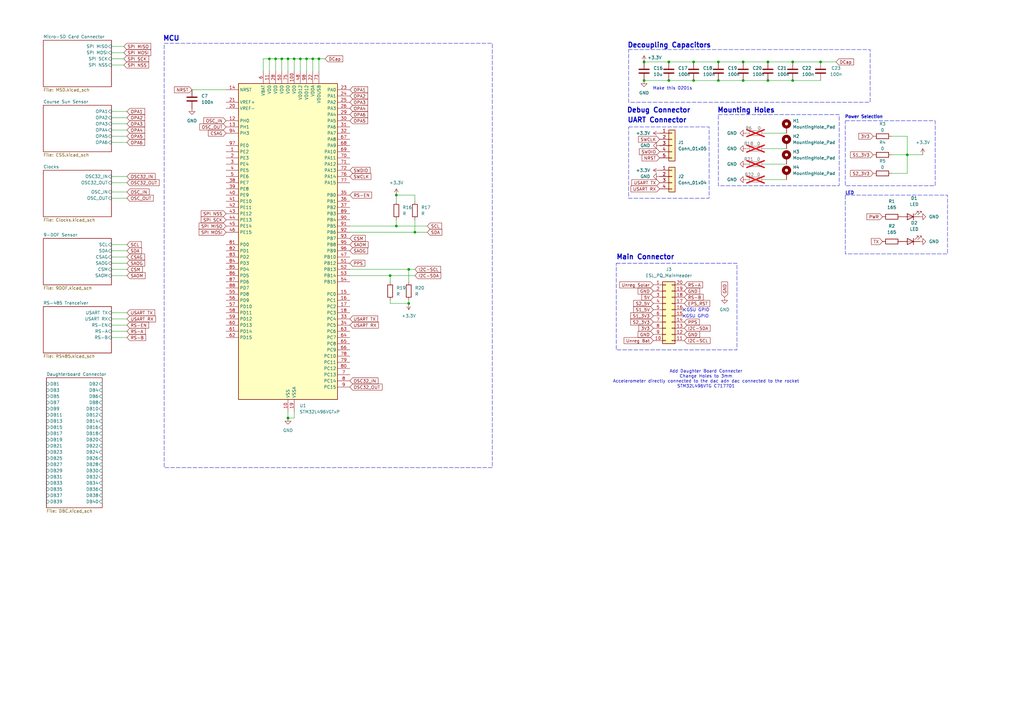
<source format=kicad_sch>
(kicad_sch (version 20231120) (generator "eeschema") (generator_version "8.0")
  (paper "A3")
  (title_block (title "ADCS OBC") (date "2024-04-18") (rev "V1") (comment 1 "22619291") (comment 2 "DP Theron"))
  (lib_symbols
    (symbol "+3.3V_1" (power) (pin_numbers hide) (pin_names (offset 0) hide)
      (property "Value" "+3.3V" (at 0 3.556 0))
      (symbol "+3.3V_1_0_1"
        (polyline (pts (xy -0.762 1.27) (xy 0 2.54)))
        (polyline (pts (xy 0 0) (xy 0 2.54)))
        (polyline (pts (xy 0 2.54) (xy 0.762 1.27)))
      )
      (symbol "+3.3V_1_1_1"
        (pin power_in line (at 0 0 90) (length 0) (name "~") (number "1"))
      )
    )
    (symbol "+3.3V_2" (power) (pin_numbers hide) (pin_names (offset 0) hide)
      (property "Value" "+3.3V" (at 0 3.556 0))
      (symbol "+3.3V_2_0_1"
        (polyline (pts (xy -0.762 1.27) (xy 0 2.54)))
        (polyline (pts (xy 0 0) (xy 0 2.54)))
        (polyline (pts (xy 0 2.54) (xy 0.762 1.27)))
      )
      (symbol "+3.3V_2_1_1"
        (pin power_in line (at 0 0 90) (length 0) (name "~") (number "1"))
      )
    )
    (symbol "+3.3V_3" (power) (pin_numbers hide) (pin_names (offset 0) hide)
      (property "Value" "+3.3V" (at 0 3.556 0))
      (symbol "+3.3V_3_0_1"
        (polyline (pts (xy -0.762 1.27) (xy 0 2.54)))
        (polyline (pts (xy 0 0) (xy 0 2.54)))
        (polyline (pts (xy 0 2.54) (xy 0.762 1.27)))
      )
      (symbol "+3.3V_3_1_1"
        (pin power_in line (at 0 0 90) (length 0) (name "~") (number "1"))
      )
    )
    (symbol "Connector_Generic:Conn_01x04" (pin_names (offset 1.016) hide)
      (property "Reference" "J" (at 0 5.08 0))
      (property "Value" "Conn_01x04" (at 0 -7.62 0))
      (symbol "Conn_01x04_1_1"
        (rectangle (start -1.27 -4.953) (end 0 -5.207) (stroke (width 0.1524)))
        (rectangle (start -1.27 -2.413) (end 0 -2.667) (stroke (width 0.1524)))
        (rectangle (start -1.27 0.127) (end 0 -0.127) (stroke (width 0.1524)))
        (rectangle (start -1.27 2.667) (end 0 2.413) (stroke (width 0.1524)))
        (rectangle (start -1.27 3.81) (end 1.27 -6.35) (stroke (width 0.254)) (fill (type background)))
        (pin passive line (at -5.08 2.54 0) (length 3.81) (name "Pin_1") (number "1"))
        (pin passive line (at -5.08 0 0) (length 3.81) (name "Pin_2") (number "2"))
        (pin passive line (at -5.08 -2.54 0) (length 3.81) (name "Pin_3") (number "3"))
        (pin passive line (at -5.08 -5.08 0) (length 3.81) (name "Pin_4") (number "4"))
      )
    )
    (symbol "Connector_Generic:Conn_01x05" (pin_names (offset 1.016) hide)
      (property "Reference" "J" (at 0 7.62 0))
      (property "Value" "Conn_01x05" (at 0 -7.62 0))
      (symbol "Conn_01x05_1_1"
        (rectangle (start -1.27 -4.953) (end 0 -5.207) (stroke (width 0.1524)))
        (rectangle (start -1.27 -2.413) (end 0 -2.667) (stroke (width 0.1524)))
        (rectangle (start -1.27 0.127) (end 0 -0.127) (stroke (width 0.1524)))
        (rectangle (start -1.27 2.667) (end 0 2.413) (stroke (width 0.1524)))
        (rectangle (start -1.27 5.207) (end 0 4.953) (stroke (width 0.1524)))
        (rectangle (start -1.27 6.35) (end 1.27 -6.35) (stroke (width 0.254)) (fill (type background)))
        (pin passive line (at -5.08 5.08 0) (length 3.81) (name "Pin_1") (number "1"))
        (pin passive line (at -5.08 2.54 0) (length 3.81) (name "Pin_2") (number "2"))
        (pin passive line (at -5.08 0 0) (length 3.81) (name "Pin_3") (number "3"))
        (pin passive line (at -5.08 -2.54 0) (length 3.81) (name "Pin_4") (number "4"))
        (pin passive line (at -5.08 -5.08 0) (length 3.81) (name "Pin_5") (number "5"))
      )
    )
    (symbol "Device:C" (pin_numbers hide) (pin_names (offset 0.254))
      (property "Reference" "C" (at 0.635 2.54 0))
      (property "Value" "C" (at 0.635 -2.54 0))
      (symbol "C_0_1"
        (polyline (pts (xy -2.032 -0.762) (xy 2.032 -0.762)) (stroke (width 0.508)))
        (polyline (pts (xy -2.032 0.762) (xy 2.032 0.762)) (stroke (width 0.508)))
      )
      (symbol "C_1_1"
        (pin passive line (at 0 3.81 270) (length 2.794) (name "~") (number "1"))
        (pin passive line (at 0 -3.81 90) (length 2.794) (name "~") (number "2"))
      )
    )
    (symbol "Device:LED" (pin_numbers hide) (pin_names (offset 1.016) hide)
      (property "Reference" "D" (at 0 2.54 0))
      (property "Value" "LED" (at 0 -2.54 0))
      (symbol "LED_0_1"
        (polyline (pts (xy -1.27 -1.27) (xy -1.27 1.27)) (stroke (width 0.254)))
        (polyline (pts (xy -1.27 0) (xy 1.27 0)))
        (polyline (pts (xy 1.27 -1.27) (xy 1.27 1.27) (xy -1.27 0) (xy 1.27 -1.27)) (stroke (width 0.254)))
        (polyline (pts (xy -3.048 -0.762) (xy -4.572 -2.286) (xy -3.81 -2.286) (xy -4.572 -2.286) (xy -4.572 -1.524)))
        (polyline (pts (xy -1.778 -0.762) (xy -3.302 -2.286) (xy -2.54 -2.286) (xy -3.302 -2.286) (xy -3.302 -1.524)))
      )
      (symbol "LED_1_1"
        (pin passive line (at -3.81 0 0) (length 2.54) (name "K") (number "1"))
        (pin passive line (at 3.81 0 180) (length 2.54) (name "A") (number "2"))
      )
    )
    (symbol "Device:R" (pin_numbers hide) (pin_names (offset 0))
      (property "Reference" "R" (at 2.032 0 90))
      (property "Value" "R" (at 0 0 90))
      (symbol "R_0_1"
        (rectangle (start -1.016 -2.54) (end 1.016 2.54) (stroke (width 0.254)))
      )
      (symbol "R_1_1"
        (pin passive line (at 0 3.81 270) (length 1.27) (name "~") (number "1"))
        (pin passive line (at 0 -3.81 90) (length 1.27) (name "~") (number "2"))
      )
    )
    (symbol "ESL_PQ:Conn_02x10_Counter_Clockwise" (pin_names (offset 1.016) hide)
      (property "Reference" "J" (at 1.27 12.7 0))
      (property "Value" "Conn_02x10_Counter_Clockwise" (at 1.27 -15.24 0))
      (symbol "Conn_02x10_Counter_Clockwise_1_1"
        (rectangle (start -1.27 -12.573) (end 0 -12.827) (stroke (width 0.1524)))
        (rectangle (start -1.27 -10.033) (end 0 -10.287) (stroke (width 0.1524)))
        (rectangle (start -1.27 -7.493) (end 0 -7.747) (stroke (width 0.1524)))
        (rectangle (start -1.27 -4.953) (end 0 -5.207) (stroke (width 0.1524)))
        (rectangle (start -1.27 -2.413) (end 0 -2.667) (stroke (width 0.1524)))
        (rectangle (start -1.27 0.127) (end 0 -0.127) (stroke (width 0.1524)))
        (rectangle (start -1.27 2.667) (end 0 2.413) (stroke (width 0.1524)))
        (rectangle (start -1.27 5.207) (end 0 4.953) (stroke (width 0.1524)))
        (rectangle (start -1.27 7.747) (end 0 7.493) (stroke (width 0.1524)))
        (rectangle (start -1.27 10.287) (end 0 10.033) (stroke (width 0.1524)))
        (rectangle (start -1.27 11.43) (end 3.81 -13.97) (stroke (width 0.254)) (fill (type background)))
        (rectangle (start 3.81 -12.573) (end 2.54 -12.827) (stroke (width 0.1524)))
        (rectangle (start 3.81 -10.033) (end 2.54 -10.287) (stroke (width 0.1524)))
        (rectangle (start 3.81 -7.493) (end 2.54 -7.747) (stroke (width 0.1524)))
        (rectangle (start 3.81 -4.953) (end 2.54 -5.207) (stroke (width 0.1524)))
        (rectangle (start 3.81 -2.413) (end 2.54 -2.667) (stroke (width 0.1524)))
        (rectangle (start 3.81 0.127) (end 2.54 -0.127) (stroke (width 0.1524)))
        (rectangle (start 3.81 2.667) (end 2.54 2.413) (stroke (width 0.1524)))
        (rectangle (start 3.81 5.207) (end 2.54 4.953) (stroke (width 0.1524)))
        (rectangle (start 3.81 7.747) (end 2.54 7.493) (stroke (width 0.1524)))
        (rectangle (start 3.81 10.287) (end 2.54 10.033) (stroke (width 0.1524)))
        (pin passive line (at -5.08 10.16 0) (length 3.81) (name "Pin_1") (number "1"))
        (pin passive line (at -5.08 -12.7 0) (length 3.81) (name "Pin_10") (number "10"))
        (pin passive line (at 7.62 -12.7 180) (length 3.81) (name "Pin_11") (number "11"))
        (pin passive line (at 7.62 -10.16 180) (length 3.81) (name "Pin_12") (number "12"))
        (pin passive line (at 7.62 -7.62 180) (length 3.81) (name "Pin_13") (number "13"))
        (pin passive line (at 7.62 -5.08 180) (length 3.81) (name "Pin_14") (number "14"))
        (pin passive line (at 7.62 -2.54 180) (length 3.81) (name "Pin_15") (number "15"))
        (pin passive line (at 7.62 0 180) (length 3.81) (name "Pin_16") (number "16"))
        (pin passive line (at 7.62 2.54 180) (length 3.81) (name "Pin_17") (number "17"))
        (pin passive line (at 7.62 5.08 180) (length 3.81) (name "Pin_18") (number "18"))
        (pin passive line (at 7.62 7.62 180) (length 3.81) (name "Pin_19") (number "19"))
        (pin passive line (at -5.08 7.62 0) (length 3.81) (name "Pin_2") (number "2"))
        (pin passive line (at 7.62 10.16 180) (length 3.81) (name "Pin_20") (number "20"))
        (pin passive line (at -5.08 5.08 0) (length 3.81) (name "Pin_3") (number "3"))
        (pin passive line (at -5.08 2.54 0) (length 3.81) (name "Pin_4") (number "4"))
        (pin passive line (at -5.08 0 0) (length 3.81) (name "Pin_5") (number "5"))
        (pin passive line (at -5.08 -2.54 0) (length 3.81) (name "Pin_6") (number "6"))
        (pin passive line (at -5.08 -5.08 0) (length 3.81) (name "Pin_7") (number "7"))
        (pin passive line (at -5.08 -7.62 0) (length 3.81) (name "Pin_8") (number "8"))
        (pin passive line (at -5.08 -10.16 0) (length 3.81) (name "Pin_9") (number "9"))
      )
    )
    (symbol "GND_1" (power) (pin_numbers hide) (pin_names (offset 0) hide)
      (property "Value" "GND" (at 0 -3.81 0))
      (symbol "GND_1_0_1"
        (polyline (pts (xy 0 0) (xy 0 -1.27) (xy 1.27 -1.27) (xy 0 -2.54) (xy -1.27 -1.27) (xy 0 -1.27)))
      )
      (symbol "GND_1_1_1"
        (pin power_in line (at 0 0 270) (length 0) (name "~") (number "1"))
      )
    )
    (symbol "GND_2" (power) (pin_numbers hide) (pin_names (offset 0) hide)
      (property "Value" "GND" (at 0 -3.81 0))
      (symbol "GND_2_0_1"
        (polyline (pts (xy 0 0) (xy 0 -1.27) (xy 1.27 -1.27) (xy 0 -2.54) (xy -1.27 -1.27) (xy 0 -1.27)))
      )
      (symbol "GND_2_1_1"
        (pin power_in line (at 0 0 270) (length 0) (name "~") (number "1"))
      )
    )
    (symbol "MCU_ST_STM32L4:STM32L496VGTxP"
      (property "Reference" "U" (at -20.32 67.31 0))
      (property "Value" "STM32L496VGTxP" (at 15.24 67.31 0))
      (symbol "STM32L496VGTxP_0_1"
        (rectangle (start -20.32 -63.5) (end 20.32 66.04) (stroke (width 0.254)) (fill (type background)))
      )
      (symbol "STM32L496VGTxP_1_1"
        (pin bidirectional line (at -25.4 38.1 0) (length 5.08) (name "PE2") (number "1"))
        (pin power_in line (at 0 -68.58 90) (length 5.08) (name "VSS") (number "10"))
        (pin power_in line (at 2.54 71.12 270) (length 5.08) (name "VDD") (number "100"))
        (pin power_in line (at -7.62 71.12 270) (length 5.08) (name "VDD") (number "11"))
        (pin bidirectional line (at -25.4 50.8 0) (length 5.08) (name "PH0") (number "12"))
        (pin bidirectional line (at -25.4 48.26 0) (length 5.08) (name "PH1") (number "13"))
        (pin input line (at -25.4 63.5 0) (length 5.08) (name "NRST") (number "14"))
        (pin bidirectional line (at 25.4 -20.32 180) (length 5.08) (name "PC0") (number "15"))
        (pin bidirectional line (at 25.4 -22.86 180) (length 5.08) (name "PC1") (number "16"))
        (pin bidirectional line (at 25.4 -25.4 180) (length 5.08) (name "PC2") (number "17"))
        (pin bidirectional line (at 25.4 -27.94 180) (length 5.08) (name "PC3") (number "18"))
        (pin power_in line (at 2.54 -68.58 90) (length 5.08) (name "VSSA") (number "19"))
        (pin bidirectional line (at -25.4 35.56 0) (length 5.08) (name "PE3") (number "2"))
        (pin input line (at -25.4 55.88 0) (length 5.08) (name "VREF-") (number "20"))
        (pin input line (at -25.4 58.42 0) (length 5.08) (name "VREF+") (number "21"))
        (pin power_in line (at 10.16 71.12 270) (length 5.08) (name "VDDA") (number "22"))
        (pin bidirectional line (at 25.4 63.5 180) (length 5.08) (name "PA0") (number "23"))
        (pin bidirectional line (at 25.4 60.96 180) (length 5.08) (name "PA1") (number "24"))
        (pin bidirectional line (at 25.4 58.42 180) (length 5.08) (name "PA2") (number "25"))
        (pin bidirectional line (at 25.4 55.88 180) (length 5.08) (name "PA3") (number "26"))
        (pin passive line (at 0 -68.58 90) (length 5.08) hide (name "VSS") (number "27"))
        (pin power_in line (at -5.08 71.12 270) (length 5.08) (name "VDD") (number "28"))
        (pin bidirectional line (at 25.4 53.34 180) (length 5.08) (name "PA4") (number "29"))
        (pin bidirectional line (at -25.4 33.02 0) (length 5.08) (name "PE4") (number "3"))
        (pin bidirectional line (at 25.4 50.8 180) (length 5.08) (name "PA5") (number "30"))
        (pin bidirectional line (at 25.4 48.26 180) (length 5.08) (name "PA6") (number "31"))
        (pin bidirectional line (at 25.4 45.72 180) (length 5.08) (name "PA7") (number "32"))
        (pin bidirectional line (at 25.4 -30.48 180) (length 5.08) (name "PC4") (number "33"))
        (pin bidirectional line (at 25.4 -33.02 180) (length 5.08) (name "PC5") (number "34"))
        (pin bidirectional line (at 25.4 20.32 180) (length 5.08) (name "PB0") (number "35"))
        (pin bidirectional line (at 25.4 17.78 180) (length 5.08) (name "PB1") (number "36"))
        (pin bidirectional line (at 25.4 15.24 180) (length 5.08) (name "PB2") (number "37"))
        (pin bidirectional line (at -25.4 25.4 0) (length 5.08) (name "PE7") (number "38"))
        (pin bidirectional line (at -25.4 22.86 0) (length 5.08) (name "PE8") (number "39"))
        (pin bidirectional line (at -25.4 30.48 0) (length 5.08) (name "PE5") (number "4"))
        (pin bidirectional line (at -25.4 20.32 0) (length 5.08) (name "PE9") (number "40"))
        (pin bidirectional line (at -25.4 17.78 0) (length 5.08) (name "PE10") (number "41"))
        (pin bidirectional line (at -25.4 15.24 0) (length 5.08) (name "PE11") (number "42"))
        (pin bidirectional line (at -25.4 12.7 0) (length 5.08) (name "PE12") (number "43"))
        (pin bidirectional line (at -25.4 10.16 0) (length 5.08) (name "PE13") (number "44"))
        (pin bidirectional line (at -25.4 7.62 0) (length 5.08) (name "PE14") (number "45"))
        (pin bidirectional line (at -25.4 5.08 0) (length 5.08) (name "PE15") (number "46"))
        (pin bidirectional line (at 25.4 -5.08 180) (length 5.08) (name "PB10") (number "47"))
        (pin power_in line (at 5.08 71.12 270) (length 5.08) (name "VDD12") (number "48"))
        (pin passive line (at 0 -68.58 90) (length 5.08) hide (name "VSS") (number "49"))
        (pin bidirectional line (at -25.4 27.94 0) (length 5.08) (name "PE6") (number "5"))
        (pin power_in line (at -2.54 71.12 270) (length 5.08) (name "VDD") (number "50"))
        (pin bidirectional line (at 25.4 -7.62 180) (length 5.08) (name "PB12") (number "51"))
        (pin bidirectional line (at 25.4 -10.16 180) (length 5.08) (name "PB13") (number "52"))
        (pin bidirectional line (at 25.4 -12.7 180) (length 5.08) (name "PB14") (number "53"))
        (pin bidirectional line (at 25.4 -15.24 180) (length 5.08) (name "PB15") (number "54"))
        (pin bidirectional line (at -25.4 -20.32 0) (length 5.08) (name "PD8") (number "55"))
        (pin bidirectional line (at -25.4 -22.86 0) (length 5.08) (name "PD9") (number "56"))
        (pin bidirectional line (at -25.4 -25.4 0) (length 5.08) (name "PD10") (number "57"))
        (pin bidirectional line (at -25.4 -27.94 0) (length 5.08) (name "PD11") (number "58"))
        (pin bidirectional line (at -25.4 -30.48 0) (length 5.08) (name "PD12") (number "59"))
        (pin power_in line (at -10.16 71.12 270) (length 5.08) (name "VBAT") (number "6"))
        (pin bidirectional line (at -25.4 -33.02 0) (length 5.08) (name "PD13") (number "60"))
        (pin bidirectional line (at -25.4 -35.56 0) (length 5.08) (name "PD14") (number "61"))
        (pin bidirectional line (at -25.4 -38.1 0) (length 5.08) (name "PD15") (number "62"))
        (pin bidirectional line (at 25.4 -35.56 180) (length 5.08) (name "PC6") (number "63"))
        (pin bidirectional line (at 25.4 -38.1 180) (length 5.08) (name "PC7") (number "64"))
        (pin bidirectional line (at 25.4 -40.64 180) (length 5.08) (name "PC8") (number "65"))
        (pin bidirectional line (at 25.4 -43.18 180) (length 5.08) (name "PC9") (number "66"))
        (pin bidirectional line (at 25.4 43.18 180) (length 5.08) (name "PA8") (number "67"))
        (pin bidirectional line (at 25.4 40.64 180) (length 5.08) (name "PA9") (number "68"))
        (pin bidirectional line (at 25.4 38.1 180) (length 5.08) (name "PA10") (number "69"))
        (pin bidirectional line (at 25.4 -53.34 180) (length 5.08) (name "PC13") (number "7"))
        (pin bidirectional line (at 25.4 35.56 180) (length 5.08) (name "PA11") (number "70"))
        (pin bidirectional line (at 25.4 33.02 180) (length 5.08) (name "PA12") (number "71"))
        (pin bidirectional line (at 25.4 30.48 180) (length 5.08) (name "PA13") (number "72"))
        (pin power_in line (at 12.7 71.12 270) (length 5.08) (name "VDDUSB") (number "73"))
        (pin passive line (at 0 -68.58 90) (length 5.08) hide (name "VSS") (number "74"))
        (pin power_in line (at 0 71.12 270) (length 5.08) (name "VDD") (number "75"))
        (pin bidirectional line (at 25.4 27.94 180) (length 5.08) (name "PA14") (number "76"))
        (pin bidirectional line (at 25.4 25.4 180) (length 5.08) (name "PA15") (number "77"))
        (pin bidirectional line (at 25.4 -45.72 180) (length 5.08) (name "PC10") (number "78"))
        (pin bidirectional line (at 25.4 -48.26 180) (length 5.08) (name "PC11") (number "79"))
        (pin bidirectional line (at 25.4 -55.88 180) (length 5.08) (name "PC14") (number "8"))
        (pin bidirectional line (at 25.4 -50.8 180) (length 5.08) (name "PC12") (number "80"))
        (pin bidirectional line (at -25.4 0 0) (length 5.08) (name "PD0") (number "81"))
        (pin bidirectional line (at -25.4 -2.54 0) (length 5.08) (name "PD1") (number "82"))
        (pin bidirectional line (at -25.4 -5.08 0) (length 5.08) (name "PD2") (number "83"))
        (pin bidirectional line (at -25.4 -7.62 0) (length 5.08) (name "PD3") (number "84"))
        (pin bidirectional line (at -25.4 -10.16 0) (length 5.08) (name "PD4") (number "85"))
        (pin bidirectional line (at -25.4 -12.7 0) (length 5.08) (name "PD5") (number "86"))
        (pin bidirectional line (at -25.4 -15.24 0) (length 5.08) (name "PD6") (number "87"))
        (pin bidirectional line (at -25.4 -17.78 0) (length 5.08) (name "PD7") (number "88"))
        (pin bidirectional line (at 25.4 12.7 180) (length 5.08) (name "PB3") (number "89"))
        (pin bidirectional line (at 25.4 -58.42 180) (length 5.08) (name "PC15") (number "9"))
        (pin bidirectional line (at 25.4 10.16 180) (length 5.08) (name "PB4") (number "90"))
        (pin bidirectional line (at 25.4 7.62 180) (length 5.08) (name "PB5") (number "91"))
        (pin bidirectional line (at 25.4 5.08 180) (length 5.08) (name "PB6") (number "92"))
        (pin bidirectional line (at 25.4 2.54 180) (length 5.08) (name "PB7") (number "93"))
        (pin bidirectional line (at -25.4 45.72 0) (length 5.08) (name "PH3") (number "94"))
        (pin bidirectional line (at 25.4 0 180) (length 5.08) (name "PB8") (number "95"))
        (pin bidirectional line (at 25.4 -2.54 180) (length 5.08) (name "PB9") (number "96"))
        (pin bidirectional line (at -25.4 40.64 0) (length 5.08) (name "PE0") (number "97"))
        (pin power_in line (at 7.62 71.12 270) (length 5.08) (name "VDD12") (number "98"))
        (pin passive line (at 0 -68.58 90) (length 5.08) hide (name "VSS") (number "99"))
      )
    )
    (symbol "Mechanical:MountingHole_Pad" (pin_numbers hide) (pin_names (offset 1.016) hide) (exclude_from_sim yes) (in_bom no)
      (property "Reference" "H" (at 0 6.35 0))
      (property "Value" "MountingHole_Pad" (at 0 4.445 0))
      (symbol "MountingHole_Pad_0_1"
        (circle (center 0 1.27) (radius 1.27) (stroke (width 1.27)))
      )
      (symbol "MountingHole_Pad_1_1"
        (pin input line (at 0 -2.54 90) (length 2.54) (name "1") (number "1"))
      )
    )
    (symbol "power:+3.3V" (power) (pin_names (offset 0))
      (property "Value" "+3.3V" (at 0 3.556 0))
      (symbol "+3.3V_0_1"
        (polyline (pts (xy -0.762 1.27) (xy 0 2.54)))
        (polyline (pts (xy 0 0) (xy 0 2.54)))
        (polyline (pts (xy 0 2.54) (xy 0.762 1.27)))
      )
      (symbol "+3.3V_1_1"
        (pin power_in line (at 0 0 90) (length 0) hide (name "+3.3V") (number "1"))
      )
    )
    (symbol "power:GND" (power) (pin_names (offset 0))
      (property "Value" "GND" (at 0 -3.81 0))
      (symbol "GND_0_1"
        (polyline (pts (xy 0 0) (xy 0 -1.27) (xy 1.27 -1.27) (xy 0 -2.54) (xy -1.27 -1.27) (xy 0 -1.27)))
      )
      (symbol "GND_1_1"
        (pin power_in line (at 0 0 270) (length 0) hide (name "GND") (number "1"))
      )
    )
  )
  (junction (at 160.02 113.03))
  (junction (at 162.56 92.71))
  (junction (at 336.55 25.4))
  (junction (at 167.64 110.49))
  (junction (at 274.32 25.4))
  (junction (at 170.18 95.25))
  (junction (at 274.32 33.02))
  (junction (at 325.12 33.02))
  (junction (at 314.96 25.4))
  (junction (at 115.57 24.13))
  (junction (at 304.8 25.4))
  (junction (at 284.48 33.02))
  (junction (at 284.48 25.4))
  (junction (at 264.16 33.02))
  (junction (at 314.96 33.02))
  (junction (at 128.27 24.13))
  (junction (at 294.64 33.02))
  (junction (at 304.8 33.02))
  (junction (at 118.11 171.45))
  (junction (at 130.81 24.13))
  (junction (at 123.19 24.13))
  (junction (at 294.64 25.4))
  (junction (at 125.73 24.13))
  (junction (at 167.64 124.46))
  (junction (at 113.03 24.13))
  (junction (at 120.65 24.13))
  (junction (at 372.11 63.5))
  (junction (at 162.56 80.01))
  (junction (at 325.12 25.4))
  (junction (at 110.49 24.13))
  (junction (at 264.16 25.4))
  (junction (at 118.11 24.13))
  (no_connect (at 280.67 129.54))
  (no_connect (at 280.67 127))
  (wire (pts (xy 284.48 33.02) (xy 294.64 33.02)))
  (wire (pts (xy 110.49 24.13) (xy 110.49 29.21)))
  (wire (pts (xy 264.16 25.4) (xy 274.32 25.4)))
  (wire (pts (xy 162.56 82.55) (xy 162.56 80.01)))
  (wire (pts (xy 115.57 24.13) (xy 115.57 29.21)))
  (wire (pts (xy 45.72 113.03) (xy 52.07 113.03)))
  (wire (pts (xy 313.69 67.31) (xy 322.58 67.31)))
  (wire (pts (xy 162.56 92.71) (xy 175.26 92.71)))
  (wire (pts (xy 120.65 24.13) (xy 123.19 24.13)))
  (wire (pts (xy 45.72 130.81) (xy 52.07 130.81)))
  (wire (pts (xy 45.72 48.26) (xy 52.07 48.26)))
  (wire (pts (xy 313.69 54.61) (xy 322.58 54.61)))
  (wire (pts (xy 123.19 24.13) (xy 125.73 24.13)))
  (wire (pts (xy 78.74 36.83) (xy 92.71 36.83)))
  (wire (pts (xy 372.11 55.88) (xy 372.11 63.5)))
  (wire (pts (xy 110.49 24.13) (xy 107.95 24.13)))
  (wire (pts (xy 45.72 74.93) (xy 52.07 74.93)))
  (wire (pts (xy 314.96 33.02) (xy 325.12 33.02)))
  (wire (pts (xy 45.72 55.88) (xy 52.07 55.88)))
  (wire (pts (xy 118.11 168.91) (xy 118.11 171.45)))
  (wire (pts (xy 128.27 29.21) (xy 128.27 24.13)))
  (wire (pts (xy 167.64 110.49) (xy 143.51 110.49)))
  (wire (pts (xy 120.65 24.13) (xy 118.11 24.13)))
  (wire (pts (xy 120.65 24.13) (xy 120.65 29.21)))
  (wire (pts (xy 170.18 95.25) (xy 143.51 95.25)))
  (wire (pts (xy 170.18 110.49) (xy 167.64 110.49)))
  (wire (pts (xy 45.72 128.27) (xy 52.07 128.27)))
  (wire (pts (xy 304.8 33.02) (xy 314.96 33.02)))
  (wire (pts (xy 170.18 80.01) (xy 170.18 82.55)))
  (wire (pts (xy 175.26 95.25) (xy 170.18 95.25)))
  (wire (pts (xy 45.72 24.13) (xy 50.8 24.13)))
  (wire (pts (xy 294.64 33.02) (xy 304.8 33.02)))
  (wire (pts (xy 45.72 133.35) (xy 52.07 133.35)))
  (wire (pts (xy 130.81 24.13) (xy 130.81 29.21)))
  (wire (pts (xy 167.64 124.46) (xy 167.64 123.19)))
  (wire (pts (xy 45.72 107.95) (xy 52.07 107.95)))
  (wire (pts (xy 143.51 113.03) (xy 160.02 113.03)))
  (wire (pts (xy 294.64 25.4) (xy 304.8 25.4)))
  (wire (pts (xy 45.72 78.74) (xy 52.07 78.74)))
  (wire (pts (xy 118.11 171.45) (xy 120.65 171.45)))
  (wire (pts (xy 313.69 73.66) (xy 322.58 73.66)))
  (wire (pts (xy 167.64 110.49) (xy 167.64 115.57)))
  (wire (pts (xy 45.72 102.87) (xy 52.07 102.87)))
  (wire (pts (xy 45.72 53.34) (xy 52.07 53.34)))
  (wire (pts (xy 107.95 24.13) (xy 107.95 29.21)))
  (wire (pts (xy 45.72 110.49) (xy 52.07 110.49)))
  (wire (pts (xy 45.72 50.8) (xy 52.07 50.8)))
  (wire (pts (xy 125.73 24.13) (xy 128.27 24.13)))
  (wire (pts (xy 160.02 113.03) (xy 170.18 113.03)))
  (wire (pts (xy 45.72 72.39) (xy 52.07 72.39)))
  (wire (pts (xy 372.11 71.12) (xy 365.76 71.12)))
  (wire (pts (xy 45.72 58.42) (xy 52.07 58.42)))
  (wire (pts (xy 325.12 25.4) (xy 336.55 25.4)))
  (wire (pts (xy 45.72 100.33) (xy 52.07 100.33)))
  (wire (pts (xy 45.72 135.89) (xy 52.07 135.89)))
  (wire (pts (xy 110.49 24.13) (xy 113.03 24.13)))
  (wire (pts (xy 130.81 24.13) (xy 133.35 24.13)))
  (wire (pts (xy 170.18 90.17) (xy 170.18 95.25)))
  (wire (pts (xy 162.56 80.01) (xy 170.18 80.01)))
  (wire (pts (xy 325.12 33.02) (xy 336.55 33.02)))
  (wire (pts (xy 365.76 63.5) (xy 372.11 63.5)))
  (wire (pts (xy 120.65 171.45) (xy 120.65 168.91)))
  (wire (pts (xy 160.02 115.57) (xy 160.02 113.03)))
  (wire (pts (xy 304.8 25.4) (xy 314.96 25.4)))
  (wire (pts (xy 378.46 63.5) (xy 372.11 63.5)))
  (wire (pts (xy 45.72 105.41) (xy 52.07 105.41)))
  (wire (pts (xy 45.72 45.72) (xy 52.07 45.72)))
  (wire (pts (xy 45.72 138.43) (xy 52.07 138.43)))
  (wire (pts (xy 160.02 124.46) (xy 167.64 124.46)))
  (wire (pts (xy 160.02 123.19) (xy 160.02 124.46)))
  (wire (pts (xy 274.32 33.02) (xy 284.48 33.02)))
  (wire (pts (xy 284.48 25.4) (xy 294.64 25.4)))
  (wire (pts (xy 128.27 24.13) (xy 130.81 24.13)))
  (wire (pts (xy 313.69 60.96) (xy 322.58 60.96)))
  (wire (pts (xy 365.76 55.88) (xy 372.11 55.88)))
  (wire (pts (xy 125.73 24.13) (xy 125.73 29.21)))
  (wire (pts (xy 45.72 26.67) (xy 50.8 26.67)))
  (wire (pts (xy 314.96 25.4) (xy 325.12 25.4)))
  (wire (pts (xy 45.72 81.28) (xy 52.07 81.28)))
  (wire (pts (xy 118.11 24.13) (xy 118.11 29.21)))
  (wire (pts (xy 123.19 29.21) (xy 123.19 24.13)))
  (wire (pts (xy 162.56 90.17) (xy 162.56 92.71)))
  (wire (pts (xy 45.72 21.59) (xy 50.8 21.59)))
  (wire (pts (xy 113.03 24.13) (xy 115.57 24.13)))
  (wire (pts (xy 274.32 25.4) (xy 284.48 25.4)))
  (wire (pts (xy 113.03 24.13) (xy 113.03 29.21)))
  (wire (pts (xy 336.55 25.4) (xy 342.9 25.4)))
  (wire (pts (xy 118.11 24.13) (xy 115.57 24.13)))
  (wire (pts (xy 143.51 92.71) (xy 162.56 92.71)))
  (wire (pts (xy 264.16 33.02) (xy 274.32 33.02)))
  (wire (pts (xy 45.72 19.05) (xy 50.8 19.05)))
  (wire (pts (xy 372.11 63.5) (xy 372.11 71.12)))
  (rectangle (start 294.64 46.99) (end 344.17 76.2) (stroke (width 0) (type dash)))
  (rectangle (start 252.73 107.95) (end 302.26 143.51) (stroke (width 0) (type dash)))
  (rectangle (start 257.81 52.07) (end 290.83 81.28) (stroke (width 0) (type dash)))
  (rectangle (start 67.31 17.78) (end 201.93 191.77) (stroke (width 0) (type dash)))
  (rectangle (start 257.81 20.32) (end 356.87 41.91) (stroke (width 0) (type dash)))
  (rectangle (start 346.71 80.01) (end 388.62 104.14) (stroke (width 0) (type dash)))
  (rectangle (start 346.71 49.53) (end 383.54 76.2) (stroke (width 0) (type dash)))
  (text "GSU GPIO" (at 286.004 129.794 0) (effects (font (size 1.27 1.27))))
  (text "Power Selection" (at 354.33 48.006 0) (effects (font (size 1.27 1.27) (thickness 0.254) (bold yes))))
  (text "UART Connector" (at 257.302 50.546 0) (effects (font (size 2 2) (thickness 0.4) (bold yes)) (justify left bottom)))
  (text "LED" (at 348.488 79.248 0) (effects (font (size 1.27 1.27) (thickness 0.254) (bold yes))))
  (text "Decoupling Capacitors" (at 257.302 19.812 0) (effects (font (size 2 2) (bold yes)) (justify left bottom)))
  (text "Mounting Holes" (at 294.132 46.482 0) (effects (font (size 2 2) (thickness 0.4) (bold yes)) (justify left bottom)))
  (text "Debug Connector" (at 257.048 46.482 0) (effects (font (size 2 2) (thickness 0.4) (bold yes)) (justify left bottom)))
  (text "Add Daughter Board Connecter\nChange Holes to 3mm\nAccelerometer directly connected to the dac adn dac connected to the rocket\nSTM32L496VTG C717701" (at 289.56 155.448 0) (effects (font (size 1.27 1.27))))
  (text "Main Connector" (at 252.73 106.68 0) (effects (font (size 2 2) (thickness 0.4) (bold yes)) (justify left bottom)))
  (text "GSU GPIO" (at 286.258 127.254 0) (effects (font (size 1.27 1.27))))
  (text "MCU" (at 66.802 17.018 0) (effects (font (size 2 2) (bold yes)) (justify left bottom)))
  (text "Make this 0201s" (at 275.844 36.322 0) (effects (font (size 1.27 1.27))))
  (global_label "USART RX" (shape input) (at 52.07 130.81 0) (property "Intersheetrefs" "${INTERSHEET_REFS}" (effects (hide yes))))
  (global_label "OSC32_OUT" (shape input) (at 52.07 74.93 0) (property "Intersheetrefs" "${INTERSHEET_REFS}" (effects (hide yes))))
  (global_label "SWDIO" (shape input) (at 270.51 62.23 180) (property "Intersheetrefs" "${INTERSHEET_REFS}" (effects (hide yes))))
  (global_label "RS-B" (shape input) (at 52.07 138.43 0) (property "Intersheetrefs" "${INTERSHEET_REFS}" (effects (hide yes))))
  (global_label "SPI NSS" (shape input) (at 92.71 87.63 180) (property "Intersheetrefs" "${INTERSHEET_REFS}" (effects (hide yes))))
  (global_label "RS-A" (shape input) (at 52.07 135.89 0) (property "Intersheetrefs" "${INTERSHEET_REFS}" (effects (hide yes))))
  (global_label "PPS" (shape input) (at 143.51 107.95 0) (property "Intersheetrefs" "${INTERSHEET_REFS}" (effects (hide yes))))
  (global_label "SPI MISO" (shape input) (at 92.71 92.71 180) (property "Intersheetrefs" "${INTERSHEET_REFS}" (effects (hide yes))))
  (global_label "SPI MOSI" (shape input) (at 50.8 21.59 0) (property "Intersheetrefs" "${INTERSHEET_REFS}" (effects (hide yes))))
  (global_label "S1_5V" (shape input) (at 267.97 127 180) (property "Intersheetrefs" "${INTERSHEET_REFS}" (effects (hide yes))))
  (global_label "GND" (shape input) (at 280.67 137.16 0) (property "Intersheetrefs" "${INTERSHEET_REFS}" (effects (hide yes))))
  (global_label "3V3" (shape input) (at 358.14 55.88 180) (property "Intersheetrefs" "${INTERSHEET_REFS}" (effects (hide yes))))
  (global_label "OPA4" (shape input) (at 52.07 53.34 0) (property "Intersheetrefs" "${INTERSHEET_REFS}" (effects (hide yes))))
  (global_label "USART TX" (shape input) (at 270.51 74.93 180) (property "Intersheetrefs" "${INTERSHEET_REFS}" (effects (hide yes))))
  (global_label "SPI NSS" (shape input) (at 50.8 26.67 0) (property "Intersheetrefs" "${INTERSHEET_REFS}" (effects (hide yes))))
  (global_label "SPI MOSI" (shape input) (at 92.71 95.25 180) (property "Intersheetrefs" "${INTERSHEET_REFS}" (effects (hide yes))))
  (global_label "SDA" (shape input) (at 175.26 95.25 0) (property "Intersheetrefs" "${INTERSHEET_REFS}" (effects (hide yes))))
  (global_label "CSM" (shape input) (at 52.07 110.49 0) (property "Intersheetrefs" "${INTERSHEET_REFS}" (effects (hide yes))))
  (global_label "S2_3V3" (shape input) (at 267.97 132.08 180) (property "Intersheetrefs" "${INTERSHEET_REFS}" (effects (hide yes))))
  (global_label "SPI MISO" (shape input) (at 50.8 19.05 0) (property "Intersheetrefs" "${INTERSHEET_REFS}" (effects (hide yes))))
  (global_label "OPA2" (shape input) (at 143.51 39.37 0) (property "Intersheetrefs" "${INTERSHEET_REFS}" (effects (hide yes))))
  (global_label "I2C-SCL" (shape input) (at 280.67 139.7 0) (property "Intersheetrefs" "${INTERSHEET_REFS}" (effects (hide yes))))
  (global_label "SDA" (shape input) (at 52.07 102.87 0) (property "Intersheetrefs" "${INTERSHEET_REFS}" (effects (hide yes))))
  (global_label "SAOG" (shape input) (at 52.07 107.95 0) (property "Intersheetrefs" "${INTERSHEET_REFS}" (effects (hide yes))))
  (global_label "RS-B" (shape input) (at 280.67 121.92 0) (property "Intersheetrefs" "${INTERSHEET_REFS}" (effects (hide yes))))
  (global_label "RS-A" (shape input) (at 280.67 116.84 0) (property "Intersheetrefs" "${INTERSHEET_REFS}" (effects (hide yes))))
  (global_label "NRST" (shape input) (at 270.51 64.77 180) (property "Intersheetrefs" "${INTERSHEET_REFS}" (effects (hide yes))))
  (global_label "SCL" (shape input) (at 175.26 92.71 0) (property "Intersheetrefs" "${INTERSHEET_REFS}" (effects (hide yes))))
  (global_label "OPA5" (shape input) (at 143.51 49.53 0) (property "Intersheetrefs" "${INTERSHEET_REFS}" (effects (hide yes))))
  (global_label "RS-EN" (shape input) (at 143.51 80.01 0) (property "Intersheetrefs" "${INTERSHEET_REFS}" (effects (hide yes))))
  (global_label "SAOM" (shape input) (at 52.07 113.03 0) (property "Intersheetrefs" "${INTERSHEET_REFS}" (effects (hide yes))))
  (global_label "OPA3" (shape input) (at 143.51 41.91 0) (property "Intersheetrefs" "${INTERSHEET_REFS}" (effects (hide yes))))
  (global_label "OPA3" (shape input) (at 52.07 50.8 0) (property "Intersheetrefs" "${INTERSHEET_REFS}" (effects (hide yes))))
  (global_label "OPA2" (shape input) (at 52.07 48.26 0) (property "Intersheetrefs" "${INTERSHEET_REFS}" (effects (hide yes))))
  (global_label "GND" (shape input) (at 280.67 119.38 0) (property "Intersheetrefs" "${INTERSHEET_REFS}" (effects (hide yes))))
  (global_label "RS-EN" (shape input) (at 52.07 133.35 0) (property "Intersheetrefs" "${INTERSHEET_REFS}" (effects (hide yes))))
  (global_label "3V3" (shape input) (at 267.97 134.62 180) (property "Intersheetrefs" "${INTERSHEET_REFS}" (effects (hide yes))))
  (global_label "I2C-SCL" (shape input) (at 170.18 110.49 0) (property "Intersheetrefs" "${INTERSHEET_REFS}" (effects (hide yes))))
  (global_label "PPS" (shape input) (at 280.67 132.08 0) (property "Intersheetrefs" "${INTERSHEET_REFS}" (effects (hide yes))))
  (global_label "I2C-SDA" (shape input) (at 280.67 134.62 0) (property "Intersheetrefs" "${INTERSHEET_REFS}" (effects (hide yes))))
  (global_label "CSAG" (shape input) (at 92.71 54.61 180) (property "Intersheetrefs" "${INTERSHEET_REFS}" (effects (hide yes))))
  (global_label "OSC_IN" (shape input) (at 52.07 78.74 0) (property "Intersheetrefs" "${INTERSHEET_REFS}" (effects (hide yes))))
  (global_label "PWR" (shape input) (at 361.95 88.9 180) (property "Intersheetrefs" "${INTERSHEET_REFS}" (effects (hide yes))))
  (global_label "NRST" (shape input) (at 78.74 36.83 180) (property "Intersheetrefs" "${INTERSHEET_REFS}" (effects (hide yes))))
  (global_label "OPA5" (shape input) (at 52.07 55.88 0) (property "Intersheetrefs" "${INTERSHEET_REFS}" (effects (hide yes))))
  (global_label "CSM" (shape input) (at 143.51 97.79 0) (property "Intersheetrefs" "${INTERSHEET_REFS}" (effects (hide yes))))
  (global_label "SWDIO" (shape input) (at 143.51 69.85 0) (property "Intersheetrefs" "${INTERSHEET_REFS}" (effects (hide yes))))
  (global_label "OPA6" (shape input) (at 52.07 58.42 0) (property "Intersheetrefs" "${INTERSHEET_REFS}" (effects (hide yes))))
  (global_label "SWCLK" (shape input) (at 270.51 57.15 180) (property "Intersheetrefs" "${INTERSHEET_REFS}" (effects (hide yes))))
  (global_label "OSC32_IN" (shape input) (at 52.07 72.39 0) (property "Intersheetrefs" "${INTERSHEET_REFS}" (effects (hide yes))))
  (global_label "TX" (shape input) (at 361.95 99.06 180) (property "Intersheetrefs" "${INTERSHEET_REFS}" (effects (hide yes))))
  (global_label "OPA4" (shape input) (at 143.51 44.45 0) (property "Intersheetrefs" "${INTERSHEET_REFS}" (effects (hide yes))))
  (global_label "SAOG" (shape input) (at 143.51 102.87 0) (property "Intersheetrefs" "${INTERSHEET_REFS}" (effects (hide yes))))
  (global_label "OSC32_OUT" (shape input) (at 143.51 158.75 0) (property "Intersheetrefs" "${INTERSHEET_REFS}" (effects (hide yes))))
  (global_label "SPI SCK" (shape input) (at 92.71 90.17 180) (property "Intersheetrefs" "${INTERSHEET_REFS}" (effects (hide yes))))
  (global_label "USART TX" (shape input) (at 143.51 130.81 0) (property "Intersheetrefs" "${INTERSHEET_REFS}" (effects (hide yes))))
  (global_label "GND" (shape input) (at 267.97 119.38 180) (property "Intersheetrefs" "${INTERSHEET_REFS}" (effects (hide yes))))
  (global_label "OSC_OUT" (shape input) (at 92.71 52.07 180) (property "Intersheetrefs" "${INTERSHEET_REFS}" (effects (hide yes))))
  (global_label "DCap" (shape input) (at 342.9 25.4 0) (property "Intersheetrefs" "${INTERSHEET_REFS}" (effects (hide yes))))
  (global_label "GND" (shape input) (at 267.97 137.16 180) (property "Intersheetrefs" "${INTERSHEET_REFS}" (effects (hide yes))))
  (global_label "CSAG" (shape input) (at 52.07 105.41 0) (property "Intersheetrefs" "${INTERSHEET_REFS}" (effects (hide yes))))
  (global_label "SWCLK" (shape input) (at 143.51 72.39 0) (property "Intersheetrefs" "${INTERSHEET_REFS}" (effects (hide yes))))
  (global_label "OSC32_IN" (shape input) (at 143.51 156.21 0) (property "Intersheetrefs" "${INTERSHEET_REFS}" (effects (hide yes))))
  (global_label "SCL" (shape input) (at 52.07 100.33 0) (property "Intersheetrefs" "${INTERSHEET_REFS}" (effects (hide yes))))
  (global_label "Unreg Solar" (shape input) (at 267.97 116.84 180) (property "Intersheetrefs" "${INTERSHEET_REFS}" (effects (hide yes))))
  (global_label "EPS_RST" (shape input) (at 280.67 124.46 0) (property "Intersheetrefs" "${INTERSHEET_REFS}" (effects (hide yes))))
  (global_label "Unreg Bat" (shape input) (at 267.97 139.7 180) (property "Intersheetrefs" "${INTERSHEET_REFS}" (effects (hide yes))))
  (global_label "OPA1" (shape input) (at 143.51 36.83 0) (property "Intersheetrefs" "${INTERSHEET_REFS}" (effects (hide yes))))
  (global_label "SAOM" (shape input) (at 143.51 100.33 0) (property "Intersheetrefs" "${INTERSHEET_REFS}" (effects (hide yes))))
  (global_label "5V" (shape input) (at 267.97 121.92 180) (property "Intersheetrefs" "${INTERSHEET_REFS}" (effects (hide yes))))
  (global_label "SPI SCK" (shape input) (at 50.8 24.13 0) (property "Intersheetrefs" "${INTERSHEET_REFS}" (effects (hide yes))))
  (global_label "USART RX" (shape input) (at 270.51 77.47 180) (property "Intersheetrefs" "${INTERSHEET_REFS}" (effects (hide yes))))
  (global_label "USART TX" (shape input) (at 52.07 128.27 0) (property "Intersheetrefs" "${INTERSHEET_REFS}" (effects (hide yes))))
  (global_label "OPA1" (shape input) (at 52.07 45.72 0) (property "Intersheetrefs" "${INTERSHEET_REFS}" (effects (hide yes))))
  (global_label "OSC_IN" (shape input) (at 92.71 49.53 180) (property "Intersheetrefs" "${INTERSHEET_REFS}" (effects (hide yes))))
  (global_label "S2_5V" (shape input) (at 267.97 124.46 180) (property "Intersheetrefs" "${INTERSHEET_REFS}" (effects (hide yes))))
  (global_label "OPA6" (shape input) (at 143.51 46.99 0) (property "Intersheetrefs" "${INTERSHEET_REFS}" (effects (hide yes))))
  (global_label "S1_3V3" (shape input) (at 267.97 129.54 180) (property "Intersheetrefs" "${INTERSHEET_REFS}" (effects (hide yes))))
  (global_label "USART RX" (shape input) (at 143.51 133.35 0) (property "Intersheetrefs" "${INTERSHEET_REFS}" (effects (hide yes))))
  (global_label "OSC_OUT" (shape input) (at 52.07 81.28 0) (property "Intersheetrefs" "${INTERSHEET_REFS}" (effects (hide yes))))
  (global_label "S2_3V3" (shape input) (at 358.14 71.12 180) (property "Intersheetrefs" "${INTERSHEET_REFS}" (effects (hide yes))))
  (global_label "DCap" (shape input) (at 133.35 24.13 0) (property "Intersheetrefs" "${INTERSHEET_REFS}" (effects (hide yes))))
  (global_label "S1_3V3" (shape input) (at 358.14 63.5 180) (property "Intersheetrefs" "${INTERSHEET_REFS}" (effects (hide yes))))
  (global_label "GND" (shape input) (at 297.18 121.92 90) (property "Intersheetrefs" "${INTERSHEET_REFS}" (effects (hide yes))))
  (global_label "I2C-SDA" (shape input) (at 170.18 113.03 0) (property "Intersheetrefs" "${INTERSHEET_REFS}" (effects (hide yes))))
  (symbol (lib_id "Device:LED") (at 373.38 88.9 180) (unit 1)
    (property "Reference" "D1" (at 374.9675 81.28 0))
    (property "Value" "LED" (at 374.9675 83.82 0))
    (property "Footprint" "LED_SMD:LED_0603_1608Metric" (effects (hide yes)))
    (property "Description" "Light emitting diode" (effects (hide yes)))
    (property "JLCPCB #" "C138543" (effects (hide yes)))
  )
  (symbol (lib_id "Device:R") (at 309.88 67.31 90) (unit 1) (dnp yes)
    (property "Reference" "R21" (at 307.086 65.278 90))
    (property "Value" "0" (at 311.15 65.278 90))
    (property "Footprint" "Skripsie:R_0201_0603Metric" (effects (hide yes)))
    (property "Description" "Resistor" (effects (hide yes)))
  )
  (symbol (lib_id "power:GND") (at 270.51 72.39 270) (unit 1)
    (property "Reference" "#PWR030" (effects (hide yes)))
    (property "Value" "GND" (at 266.7 72.39 90) (effects (justify right)))
  )
  (symbol (lib_id "Mechanical:MountingHole_Pad") (at 322.58 58.42 0) (unit 1) (exclude_from_sim yes) (in_bom no)
    (property "Reference" "H2" (at 325.12 55.8799 0) (effects (justify left)))
    (property "Value" "MountingHole_Pad" (at 325.12 58.4199 0) (effects (justify left)))
    (property "Footprint" "MountingHole:MountingHole_3mm_Pad" (effects (hide yes)))
    (property "Description" "Mounting Hole with connection" (effects (hide yes)))
  )
  (symbol (lib_id "Mechanical:MountingHole_Pad") (at 322.58 71.12 0) (unit 1) (exclude_from_sim yes) (in_bom no)
    (property "Reference" "H4" (at 325.12 68.5799 0) (effects (justify left)))
    (property "Value" "MountingHole_Pad" (at 325.12 71.1199 0) (effects (justify left)))
    (property "Footprint" "MountingHole:MountingHole_3mm_Pad" (effects (hide yes)))
    (property "Description" "Mounting Hole with connection" (effects (hide yes)))
  )
  (symbol (lib_name "+3.3V_1") (lib_id "power:+3.3V") (at 264.16 25.4 0) (unit 1)
    (property "Reference" "#PWR010" (effects (hide yes)))
    (property "Value" "+3.3V" (at 268.478 23.622 0))
    (property "Description" "Power symbol creates a global label with name \"+3.3V\"" (effects (hide yes)))
  )
  (symbol (lib_id "power:+3.3V") (at 270.51 69.85 90) (unit 1)
    (property "Reference" "#PWR027" (effects (hide yes)))
    (property "Value" "+3.3V" (at 266.7 69.85 90) (effects (justify left)))
  )
  (symbol (lib_id "Mechanical:MountingHole_Pad") (at 322.58 52.07 0) (unit 1) (exclude_from_sim yes) (in_bom no)
    (property "Reference" "H1" (at 325.12 49.5299 0) (effects (justify left)))
    (property "Value" "MountingHole_Pad" (at 325.12 52.0699 0) (effects (justify left)))
    (property "Footprint" "MountingHole:MountingHole_3mm_Pad" (effects (hide yes)))
    (property "Description" "Mounting Hole with connection" (effects (hide yes)))
  )
  (symbol (lib_id "Device:C") (at 314.96 29.21 0) (unit 1)
    (property "Reference" "C21" (at 318.77 27.94 0) (effects (justify left)))
    (property "Value" "100n" (at 318.77 30.48 0) (effects (justify left)))
    (property "Footprint" "Capacitor_SMD:C_0603_1608Metric" (effects (hide yes)))
    (property "JLCPCB #" "C85953" (effects (hide yes)))
  )
  (symbol (lib_id "Device:R") (at 365.76 99.06 270) (unit 1)
    (property "Reference" "R2" (at 365.76 92.71 90))
    (property "Value" "165" (at 365.76 95.25 90))
    (property "Footprint" "Resistor_SMD:R_0603_1608Metric" (effects (hide yes)))
    (property "Description" "Resistor" (effects (hide yes)))
    (property "JLCPCB #" "C226689" (effects (hide yes)))
  )
  (symbol (lib_id "power:GND") (at 270.51 59.69 270) (unit 1)
    (property "Reference" "#PWR036" (effects (hide yes)))
    (property "Value" "GND" (at 266.7 59.69 90) (effects (justify right)))
  )
  (symbol (lib_id "power:GND") (at 306.07 60.96 270) (unit 1)
    (property "Reference" "#PWR013" (effects (hide yes)))
    (property "Value" "GND" (at 302.26 60.9599 90) (effects (justify right)))
    (property "Description" "Power symbol creates a global label with name \"GND\" , ground" (effects (hide yes)))
  )
  (symbol (lib_id "Device:R") (at 365.76 88.9 270) (unit 1)
    (property "Reference" "R1" (at 365.76 82.55 90))
    (property "Value" "165" (at 365.76 85.09 90))
    (property "Footprint" "Resistor_SMD:R_0603_1608Metric" (effects (hide yes)))
    (property "Description" "Resistor" (effects (hide yes)))
    (property "JLCPCB #" "C226689" (effects (hide yes)))
  )
  (symbol (lib_id "MCU_ST_STM32L4:STM32L496VGTxP") (at 118.11 100.33 0) (unit 1)
    (property "Reference" "U1" (at 122.8441 166.37 0) (effects (justify left)))
    (property "Value" "STM32L496VGTxP" (at 122.8441 168.91 0) (effects (justify left)))
    (property "Footprint" "Package_QFP:LQFP-100_14x14mm_P0.5mm" (effects (hide yes)))
    (property "Datasheet" "https://www.st.com/resource/en/datasheet/stm32l496vg.pdf" (effects (hide yes)))
    (property "Description" "STMicroelectronics Arm Cortex-M4 MCU, 1024KB flash, 320KB RAM, 80 MHz, 1.71-3.6V, 81 GPIO, LQFP100" (effects (hide yes)))
  )
  (symbol (lib_id "Device:C") (at 294.64 29.21 0) (unit 1)
    (property "Reference" "C19" (at 298.45 27.94 0) (effects (justify left)))
    (property "Value" "100n" (at 298.45 30.48 0) (effects (justify left)))
    (property "Footprint" "Capacitor_SMD:C_0603_1608Metric" (effects (hide yes)))
    (property "JLCPCB #" "C85953" (effects (hide yes)))
  )
  (symbol (lib_id "power:GND") (at 377.19 88.9 90) (unit 1)
    (property "Reference" "#PWR05" (effects (hide yes)))
    (property "Value" "GND" (at 381 88.8999 90) (effects (justify right)))
    (property "Description" "Power symbol creates a global label with name \"GND\" , ground" (effects (hide yes)))
  )
  (symbol (lib_id "ESL_PQ:Conn_02x10_Counter_Clockwise") (at 273.05 127 0) (unit 1)
    (property "Reference" "J3" (at 274.32 110.49 0))
    (property "Value" "ESL_PQ_MainHeader" (at 274.32 113.03 0))
    (property "Footprint" "ESL_PQ:ESL_PQ_Main_Header" (effects (hide yes)))
    (property "Description" "Generic connector, double row, 02x10, counter clockwise pin numbering scheme (similar to DIP package numbering), script generated (kicad-library-utils/schlib/autogen/connector/)" (effects (hide yes)))
  )
  (symbol (lib_id "power:+3.3V") (at 270.51 54.61 90) (unit 1)
    (property "Reference" "#PWR035" (effects (hide yes)))
    (property "Value" "+3.3V" (at 266.7 54.61 90) (effects (justify left)))
  )
  (symbol (lib_id "Device:R") (at 167.64 119.38 0) (unit 1)
    (property "Reference" "R20" (at 170.18 118.1099 0) (effects (justify left)))
    (property "Value" "R" (at 170.18 120.6499 0) (effects (justify left)))
    (property "Footprint" "Skripsie:R_0201_0603Metric" (effects (hide yes)))
    (property "Description" "Resistor" (effects (hide yes)))
  )
  (symbol (lib_id "Connector_Generic:Conn_01x04") (at 275.59 72.39 0) (unit 1)
    (property "Reference" "J2" (at 278.13 72.3899 0) (effects (justify left)))
    (property "Value" "Conn_01x04" (at 278.13 74.9299 0) (effects (justify left)))
    (property "Footprint" "Skripsie:PinHeader_1x04_P1.27mm_Vertical" (effects (hide yes)))
    (property "Description" "Generic connector, single row, 01x04, script generated (kicad-library-utils/schlib/autogen/connector/)" (effects (hide yes)))
  )
  (symbol (lib_id "power:GND") (at 306.07 54.61 270) (unit 1)
    (property "Reference" "#PWR012" (effects (hide yes)))
    (property "Value" "GND" (at 302.26 54.6099 90) (effects (justify right)))
    (property "Description" "Power symbol creates a global label with name \"GND\" , ground" (effects (hide yes)))
  )
  (symbol (lib_id "Device:R") (at 309.88 73.66 90) (unit 1) (dnp yes)
    (property "Reference" "R22" (at 307.34 71.628 90))
    (property "Value" "0" (at 311.15 71.628 90))
    (property "Footprint" "Skripsie:R_0201_0603Metric" (effects (hide yes)))
    (property "Description" "Resistor" (effects (hide yes)))
  )
  (symbol (lib_name "+3.3V_2") (lib_id "power:+3.3V") (at 162.56 80.01 0) (unit 1)
    (property "Reference" "#PWR029" (effects (hide yes)))
    (property "Value" "+3.3V" (at 162.56 74.93 0))
    (property "Description" "Power symbol creates a global label with name \"+3.3V\"" (effects (hide yes)))
  )
  (symbol (lib_id "Device:C") (at 264.16 29.21 0) (unit 1)
    (property "Reference" "C16" (at 267.97 27.94 0) (effects (justify left)))
    (property "Value" "10u" (at 267.97 30.48 0) (effects (justify left)))
    (property "Footprint" "Capacitor_SMD:C_0603_1608Metric" (effects (hide yes)))
    (property "JLCPCB #" "C668351" (effects (hide yes)))
  )
  (symbol (lib_id "Device:LED") (at 373.38 99.06 180) (unit 1)
    (property "Reference" "D2" (at 374.9675 91.44 0))
    (property "Value" "LED" (at 374.9675 93.98 0))
    (property "Footprint" "LED_SMD:LED_0603_1608Metric" (effects (hide yes)))
    (property "Description" "Light emitting diode" (effects (hide yes)))
    (property "JLCPCB #" "C138543" (effects (hide yes)))
  )
  (symbol (lib_id "power:GND") (at 377.19 99.06 90) (unit 1)
    (property "Reference" "#PWR06" (effects (hide yes)))
    (property "Value" "GND" (at 381 99.0599 90) (effects (justify right)))
    (property "Description" "Power symbol creates a global label with name \"GND\" , ground" (effects (hide yes)))
  )
  (symbol (lib_id "Device:R") (at 361.95 63.5 270) (unit 1)
    (property "Reference" "R4" (at 361.95 58.42 90))
    (property "Value" "0" (at 361.95 60.96 90))
    (property "Footprint" "Skripsie:R_0201_0603Metric" (effects (hide yes)))
  )
  (symbol (lib_id "Device:C") (at 336.55 29.21 0) (unit 1)
    (property "Reference" "C23" (at 342.9 27.94 0))
    (property "Value" "100n" (at 342.9 30.48 0))
    (property "Footprint" "Capacitor_SMD:C_0603_1608Metric" (effects (hide yes)))
    (property "JLCPCB #" "C85953" (effects (hide yes)))
  )
  (symbol (lib_name "+3.3V_3") (lib_id "power:+3.3V") (at 167.64 124.46 180) (unit 1)
    (property "Reference" "#PWR031" (effects (hide yes)))
    (property "Value" "+3.3V" (at 167.64 129.54 0))
    (property "Description" "Power symbol creates a global label with name \"+3.3V\"" (effects (hide yes)))
  )
  (symbol (lib_id "Device:R") (at 309.88 60.96 90) (unit 1) (dnp yes)
    (property "Reference" "R18" (at 307.086 58.928 90))
    (property "Value" "0" (at 311.15 58.928 90))
    (property "Footprint" "Skripsie:R_0201_0603Metric" (effects (hide yes)))
    (property "Description" "Resistor" (effects (hide yes)))
  )
  (symbol (lib_id "Mechanical:MountingHole_Pad") (at 322.58 64.77 0) (unit 1) (exclude_from_sim yes) (in_bom no)
    (property "Reference" "H3" (at 325.12 62.2299 0) (effects (justify left)))
    (property "Value" "MountingHole_Pad" (at 325.12 64.7699 0) (effects (justify left)))
    (property "Footprint" "MountingHole:MountingHole_3mm_Pad" (effects (hide yes)))
    (property "Description" "Mounting Hole with connection" (effects (hide yes)))
  )
  (symbol (lib_id "Device:C") (at 325.12 29.21 0) (unit 1)
    (property "Reference" "C22" (at 328.93 27.94 0) (effects (justify left)))
    (property "Value" "100n" (at 328.93 30.48 0) (effects (justify left)))
    (property "Footprint" "Capacitor_SMD:C_0603_1608Metric" (effects (hide yes)))
    (property "JLCPCB #" "C85953" (effects (hide yes)))
  )
  (symbol (lib_id "Device:R") (at 162.56 86.36 0) (unit 1)
    (property "Reference" "R16" (at 165.1 85.0899 0) (effects (justify left)))
    (property "Value" "R" (at 165.1 87.6299 0) (effects (justify left)))
    (property "Footprint" "Skripsie:R_0201_0603Metric" (effects (hide yes)))
    (property "Description" "Resistor" (effects (hide yes)))
  )
  (symbol (lib_id "Device:C") (at 78.74 40.64 0) (unit 1)
    (property "Reference" "C7" (at 82.55 39.3699 0) (effects (justify left)))
    (property "Value" "100n" (at 82.55 41.9099 0) (effects (justify left)))
    (property "Footprint" "Capacitor_SMD:C_0603_1608Metric" (effects (hide yes)))
    (property "Description" "Unpolarized capacitor" (effects (hide yes)))
    (property "JLCPCB #" "C85953" (effects (hide yes)))
  )
  (symbol (lib_id "power:GND") (at 264.16 33.02 0) (unit 1)
    (property "Reference" "#PWR015" (effects (hide yes)))
    (property "Value" "GND" (at 264.16 38.1 0))
  )
  (symbol (lib_id "Device:R") (at 170.18 86.36 0) (unit 1)
    (property "Reference" "R17" (at 172.72 85.0899 0) (effects (justify left)))
    (property "Value" "R" (at 172.72 87.6299 0) (effects (justify left)))
    (property "Footprint" "Skripsie:R_0201_0603Metric" (effects (hide yes)))
    (property "Description" "Resistor" (effects (hide yes)))
  )
  (symbol (lib_id "Device:C") (at 304.8 29.21 0) (unit 1)
    (property "Reference" "C20" (at 308.61 27.94 0) (effects (justify left)))
    (property "Value" "100n" (at 308.61 30.48 0) (effects (justify left)))
    (property "Footprint" "Capacitor_SMD:C_0603_1608Metric" (effects (hide yes)))
    (property "JLCPCB #" "C85953" (effects (hide yes)))
  )
  (symbol (lib_id "Device:R") (at 361.95 71.12 90) (unit 1)
    (property "Reference" "R5" (at 361.95 66.04 90))
    (property "Value" "0" (at 361.95 68.58 90))
    (property "Footprint" "Skripsie:R_0201_0603Metric" (effects (hide yes)))
  )
  (symbol (lib_id "power:+3.3V") (at 378.46 63.5 0) (unit 1)
    (property "Reference" "#PWR011" (effects (hide yes)))
    (property "Value" "+3.3V" (at 378.46 58.42 0))
  )
  (symbol (lib_id "Device:R") (at 160.02 119.38 180) (unit 1)
    (property "Reference" "R19" (at 162.56 118.1099 0) (effects (justify right)))
    (property "Value" "R" (at 162.56 120.6499 0) (effects (justify right)))
    (property "Footprint" "Skripsie:R_0201_0603Metric" (effects (hide yes)))
    (property "Description" "Resistor" (effects (hide yes)))
  )
  (symbol (lib_id "Connector_Generic:Conn_01x05") (at 275.59 59.69 0) (unit 1)
    (property "Reference" "J1" (at 278.13 58.4199 0) (effects (justify left)))
    (property "Value" "Conn_01x05" (at 278.13 60.9599 0) (effects (justify left)))
    (property "Footprint" "Skripsie:PinHeader_1x05_P1.27mm_Vertical" (effects (hide yes)))
    (property "Description" "Generic connector, single row, 01x05, script generated (kicad-library-utils/schlib/autogen/connector/)" (effects (hide yes)))
  )
  (symbol (lib_id "power:GND") (at 297.18 121.92 0) (unit 1)
    (property "Reference" "#PWR023" (effects (hide yes)))
    (property "Value" "GND" (at 297.18 127 0))
    (property "Description" "Power symbol creates a global label with name \"GND\" , ground" (effects (hide yes)))
  )
  (symbol (lib_id "Device:C") (at 284.48 29.21 0) (unit 1)
    (property "Reference" "C18" (at 288.29 27.94 0) (effects (justify left)))
    (property "Value" "100n" (at 288.29 30.48 0) (effects (justify left)))
    (property "Footprint" "Capacitor_SMD:C_0603_1608Metric" (effects (hide yes)))
    (property "JLCPCB #" "C85953" (effects (hide yes)))
  )
  (symbol (lib_id "Device:C") (at 274.32 29.21 0) (unit 1)
    (property "Reference" "C17" (at 278.13 27.94 0) (effects (justify left)))
    (property "Value" "100n" (at 278.13 30.48 0) (effects (justify left)))
    (property "Footprint" "Capacitor_SMD:C_0603_1608Metric" (effects (hide yes)))
    (property "JLCPCB #" "C85953" (effects (hide yes)))
  )
  (symbol (lib_name "GND_1") (lib_id "power:GND") (at 78.74 44.45 0) (unit 1)
    (property "Reference" "#PWR04" (effects (hide yes)))
    (property "Value" "GND" (at 78.74 49.53 0))
    (property "Description" "Power symbol creates a global label with name \"GND\" , ground" (effects (hide yes)))
  )
  (symbol (lib_id "Device:R") (at 361.95 55.88 90) (unit 1)
    (property "Reference" "R3" (at 361.95 50.8 90))
    (property "Value" "0" (at 361.95 53.34 90))
    (property "Footprint" "Skripsie:R_0201_0603Metric" (effects (hide yes)))
  )
  (symbol (lib_id "Device:R") (at 309.88 54.61 90) (unit 1) (dnp yes)
    (property "Reference" "R6" (at 307.086 52.578 90))
    (property "Value" "0" (at 311.404 52.578 90))
    (property "Footprint" "Skripsie:R_0201_0603Metric" (effects (hide yes)))
    (property "Description" "Resistor" (effects (hide yes)))
  )
  (symbol (lib_name "GND_2") (lib_id "power:GND") (at 118.11 171.45 0) (unit 1)
    (property "Reference" "#PWR07" (effects (hide yes)))
    (property "Value" "GND" (at 118.11 176.53 0))
    (property "Description" "Power symbol creates a global label with name \"GND\" , ground" (effects (hide yes)))
  )
  (symbol (lib_id "power:GND") (at 306.07 67.31 270) (unit 1)
    (property "Reference" "#PWR017" (effects (hide yes)))
    (property "Value" "GND" (at 302.26 67.3099 90) (effects (justify right)))
    (property "Description" "Power symbol creates a global label with name \"GND\" , ground" (effects (hide yes)))
  )
  (symbol (lib_id "power:GND") (at 306.07 73.66 270) (unit 1)
    (property "Reference" "#PWR022" (effects (hide yes)))
    (property "Value" "GND" (at 302.26 73.6599 90) (effects (justify right)))
    (property "Description" "Power symbol creates a global label with name \"GND\" , ground" (effects (hide yes)))
  )
  (sheet (at 17.78 43.18) (size 27.94 19.05) (stroke (width 0.1524))
    (property "Sheetname" "Course Sun Sensor" (at 17.78 42.4684 0) (effects (justify left bottom)))
    (property "Sheetfile" "CSS.kicad_sch" (at 17.78 62.8146 0) (effects (justify left top)))
    (pin "OPA1" input (at 45.72 45.72 0))
    (pin "OPA4" input (at 45.72 53.34 0))
    (pin "OPA2" input (at 45.72 48.26 0))
    (pin "OPA3" input (at 45.72 50.8 0))
    (pin "OPA5" input (at 45.72 55.88 0))
    (pin "OPA6" input (at 45.72 58.42 0))
  )
  (sheet (at 17.78 16.51) (size 27.94 19.05) (stroke (width 0.1524))
    (property "Sheetname" "Micro-SD Card Connector" (at 17.78 15.7984 0) (effects (justify left bottom)))
    (property "Sheetfile" "MSD.kicad_sch" (at 17.78 36.1446 0) (effects (justify left top)))
    (pin "SPI NSS" input (at 45.72 26.67 0))
    (pin "SPI SCK" input (at 45.72 24.13 0))
    (pin "SPI MOSI" input (at 45.72 21.59 0))
    (pin "SPI MISO" input (at 45.72 19.05 0))
  )
  (sheet (at 17.78 125.73) (size 27.94 19.05) (stroke (width 0.1524))
    (property "Sheetname" "RS-485 Tranceiver" (at 17.78 125.0184 0) (effects (justify left bottom)))
    (property "Sheetfile" "RS485.kicad_sch" (at 17.78 145.3646 0) (effects (justify left top)))
    (pin "RS-B" input (at 45.72 138.43 0))
    (pin "RS-A" input (at 45.72 135.89 0))
    (pin "RS-EN" input (at 45.72 133.35 0))
    (pin "USART TX" input (at 45.72 128.27 0))
    (pin "USART RX" input (at 45.72 130.81 0))
  )
  (sheet (at 17.78 97.79) (size 27.94 19.05) (stroke (width 0.1524))
    (property "Sheetname" "9-DOF Sensor" (at 17.78 97.0784 0) (effects (justify left bottom)))
    (property "Sheetfile" "9DOF.kicad_sch" (at 17.78 117.4246 0) (effects (justify left top)))
    (pin "SCL" input (at 45.72 100.33 0))
    (pin "SDA" input (at 45.72 102.87 0))
    (pin "CSAG" input (at 45.72 105.41 0))
    (pin "SAOG" input (at 45.72 107.95 0))
    (pin "CSM" input (at 45.72 110.49 0))
    (pin "SAOM" input (at 45.72 113.03 0))
  )
  (sheet (at 19.05 154.94) (size 22.86 53.34) (stroke (width 0.1524))
    (property "Sheetname" "Daughterboard Connector" (at 19.05 154.2284 0) (effects (justify left bottom)))
    (property "Sheetfile" "DBC.kicad_sch" (at 19.05 208.8646 0) (effects (justify left top)))
    (pin "DB8" input (at 41.91 165.1 0))
    (pin "DB6" input (at 41.91 162.56 0))
    (pin "DB2" input (at 41.91 157.48 0))
    (pin "DB4" input (at 41.91 160.02 0))
    (pin "DB1" input (at 19.05 157.48 180))
    (pin "DB7" input (at 19.05 165.1 180))
    (pin "DB13" input (at 19.05 172.72 180))
    (pin "DB9" input (at 19.05 167.64 180))
    (pin "DB11" input (at 19.05 170.18 180))
    (pin "DB15" input (at 19.05 175.26 180))
    (pin "DB10" input (at 41.91 167.64 0))
    (pin "DB12" input (at 41.91 170.18 0))
    (pin "DB14" input (at 41.91 172.72 0))
    (pin "DB16" input (at 41.91 175.26 0))
    (pin "DB18" input (at 41.91 177.8 0))
    (pin "DB20" input (at 41.91 180.34 0))
    (pin "DB22" input (at 41.91 182.88 0))
    (pin "DB32" input (at 41.91 195.58 0))
    (pin "DB26" input (at 41.91 187.96 0))
    (pin "DB28" input (at 41.91 190.5 0))
    (pin "DB30" input (at 41.91 193.04 0))
    (pin "DB24" input (at 41.91 185.42 0))
    (pin "DB40" input (at 41.91 205.74 0))
    (pin "DB36" input (at 41.91 200.66 0))
    (pin "DB38" input (at 41.91 203.2 0))
    (pin "DB34" input (at 41.91 198.12 0))
    (pin "DB17" input (at 19.05 177.8 180))
    (pin "DB19" input (at 19.05 180.34 180))
    (pin "DB21" input (at 19.05 182.88 180))
    (pin "DB23" input (at 19.05 185.42 180))
    (pin "DB25" input (at 19.05 187.96 180))
    (pin "DB27" input (at 19.05 190.5 180))
    (pin "DB29" input (at 19.05 193.04 180))
    (pin "DB31" input (at 19.05 195.58 180))
    (pin "DB33" input (at 19.05 198.12 180))
    (pin "DB3" input (at 19.05 160.02 180))
    (pin "DB5" input (at 19.05 162.56 180))
    (pin "DB37" input (at 19.05 203.2 180))
    (pin "DB39" input (at 19.05 205.74 180))
    (pin "DB35" input (at 19.05 200.66 180))
  )
  (sheet (at 17.78 69.85) (size 27.94 19.05) (stroke (width 0.1524))
    (property "Sheetname" "Clocks" (at 17.78 69.1384 0) (effects (justify left bottom)))
    (property "Sheetfile" "Clocks.kicad_sch" (at 17.78 89.4846 0) (effects (justify left top)))
    (pin "OSC32_IN" input (at 45.72 72.39 0))
    (pin "OSC32_OUT" input (at 45.72 74.93 0))
    (pin "OSC_IN" input (at 45.72 78.74 0))
    (pin "OSC_OUT" input (at 45.72 81.28 0))
  )
)
</source>
